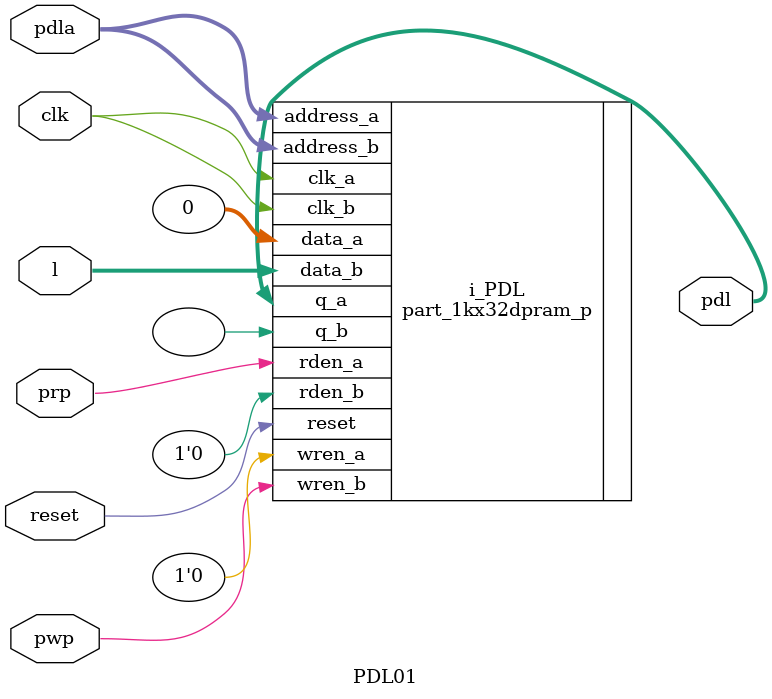
<source format=v>

module PDL01(clk, reset, prp, pdla, l, pwp, pdl);

   input clk;
   input reset;

   input [31:0] l;
   input [9:0]	pdla;
   input	prp;
   input	pwp;
   output [31:0] pdl;

   ////////////////////////////////////////////////////////////////////////////////

   part_1kx32dpram_p i_PDL(
			   .reset(reset),

			   .clk_a(clk),
			   .address_a(pdla),
			   .q_a(pdl),
			   .data_a(32'b0),
			   .rden_a(prp),
			   .wren_a(1'b0),

			   .clk_b(clk),
			   .address_b(pdla),
			   .q_b(),
			   .data_b(l),
			   .rden_b(1'b0),
			   .wren_b(pwp)
			   );
endmodule

</source>
